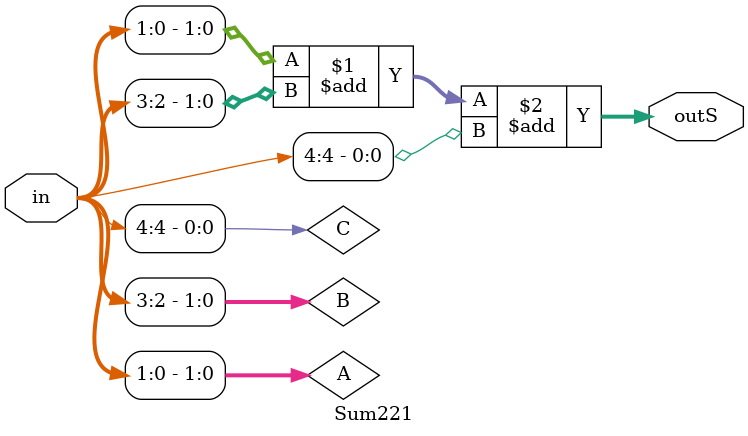
<source format=v>
`timescale 1ns / 1ps


module Sum221(
    input [4:0] in,
    output [2:0] outS
    );
    wire [1:0] A = in[1:0];
    wire [1:0] B = in[3:2];
    wire C = in[4]; 
    
    assign outS = A + B + C;
endmodule

</source>
